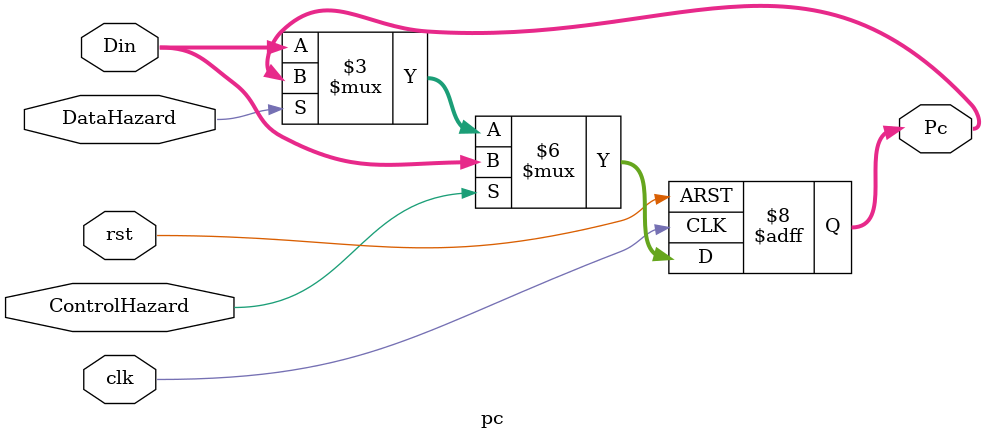
<source format=v>
`include "defines.vh"
module pc(
    input wire [0:0] rst,
    input wire [0:0] clk,
    input wire [31:0] Din,
    input wire DataHazard, 
    input wire ControlHazard,
    output reg [31:0] Pc
);

always @(posedge clk or posedge rst) begin
  if(rst) Pc <= 0;
  else if(ControlHazard) Pc<=Din;
  else if(DataHazard) Pc<=Pc;
  else Pc <= Din;
end

endmodule
</source>
